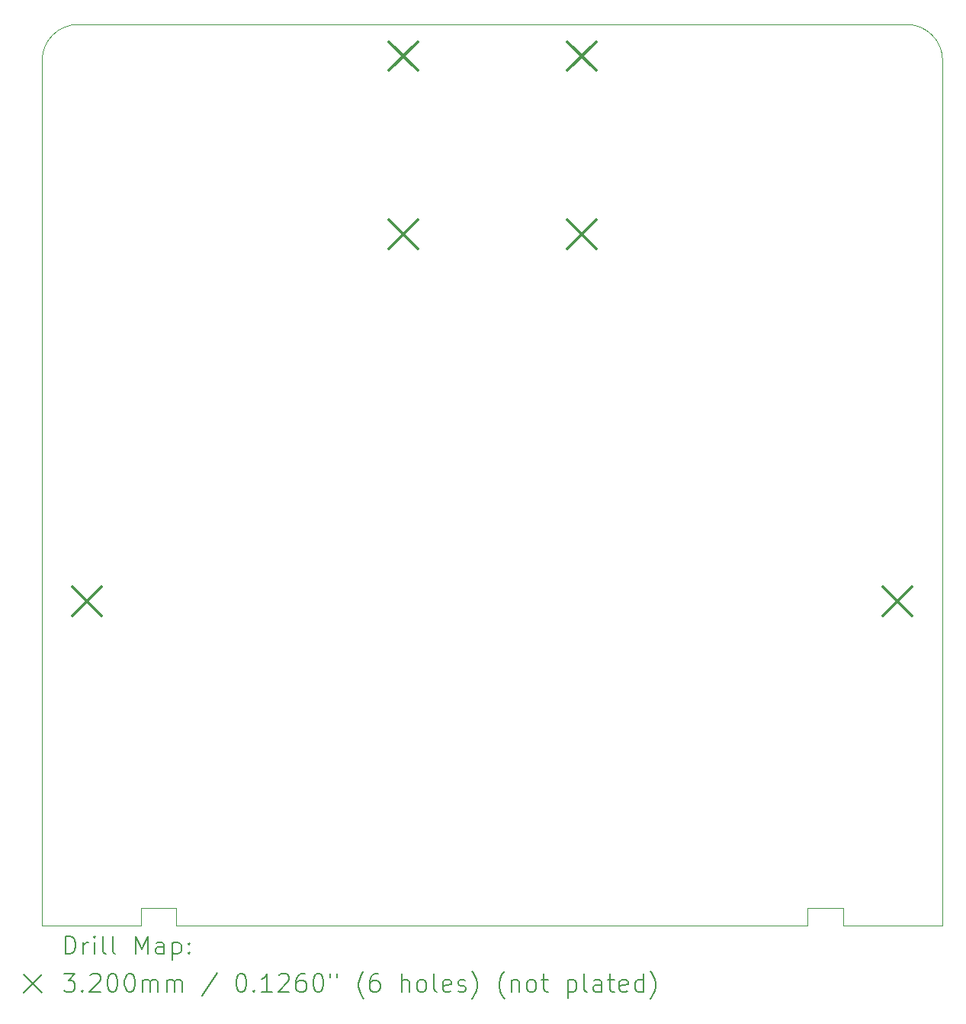
<source format=gbr>
%TF.GenerationSoftware,KiCad,Pcbnew,8.0.8*%
%TF.CreationDate,2025-08-25T22:33:34+09:00*%
%TF.ProjectId,Line_follower_robot,4c696e65-5f66-46f6-9c6c-6f7765725f72,rev?*%
%TF.SameCoordinates,Original*%
%TF.FileFunction,Drillmap*%
%TF.FilePolarity,Positive*%
%FSLAX45Y45*%
G04 Gerber Fmt 4.5, Leading zero omitted, Abs format (unit mm)*
G04 Created by KiCad (PCBNEW 8.0.8) date 2025-08-25 22:33:34*
%MOMM*%
%LPD*%
G01*
G04 APERTURE LIST*
%ADD10C,0.050000*%
%ADD11C,0.200000*%
%ADD12C,0.320000*%
G04 APERTURE END LIST*
D10*
X3000000Y-12000000D02*
X4100000Y-12000000D01*
X13000000Y-9250000D02*
X13000000Y-2400000D01*
X12600000Y-2000000D02*
G75*
G02*
X13000000Y-2400000I0J-400000D01*
G01*
X11500000Y-11800000D02*
X11500000Y-12000000D01*
X11900000Y-11800000D02*
X11500000Y-11800000D01*
X13000000Y-12000000D02*
X13000000Y-9250000D01*
X4490000Y-12000000D02*
X4490000Y-11800000D01*
X4490000Y-11800000D02*
X4100000Y-11800000D01*
X11900000Y-12000000D02*
X11900000Y-11800000D01*
X3000000Y-12000000D02*
X3000000Y-9250000D01*
X11900000Y-12000000D02*
X13000000Y-12000000D01*
X4100000Y-11800000D02*
X4100000Y-12000000D01*
X4490000Y-12000000D02*
X11500000Y-12000000D01*
X3400000Y-2000000D02*
X12600000Y-2000000D01*
X3000000Y-2400000D02*
G75*
G02*
X3400000Y-2000000I400000J0D01*
G01*
X3000000Y-9250000D02*
X3000000Y-2400000D01*
D11*
D12*
X3340000Y-8240000D02*
X3660000Y-8560000D01*
X3660000Y-8240000D02*
X3340000Y-8560000D01*
X6850000Y-2190000D02*
X7170000Y-2510000D01*
X7170000Y-2190000D02*
X6850000Y-2510000D01*
X6850000Y-4170000D02*
X7170000Y-4490000D01*
X7170000Y-4170000D02*
X6850000Y-4490000D01*
X8830000Y-2190000D02*
X9150000Y-2510000D01*
X9150000Y-2190000D02*
X8830000Y-2510000D01*
X8830000Y-4170000D02*
X9150000Y-4490000D01*
X9150000Y-4170000D02*
X8830000Y-4490000D01*
X12340000Y-8240000D02*
X12660000Y-8560000D01*
X12660000Y-8240000D02*
X12340000Y-8560000D01*
D11*
X3258277Y-12313984D02*
X3258277Y-12113984D01*
X3258277Y-12113984D02*
X3305896Y-12113984D01*
X3305896Y-12113984D02*
X3334467Y-12123508D01*
X3334467Y-12123508D02*
X3353515Y-12142555D01*
X3353515Y-12142555D02*
X3363039Y-12161603D01*
X3363039Y-12161603D02*
X3372562Y-12199698D01*
X3372562Y-12199698D02*
X3372562Y-12228269D01*
X3372562Y-12228269D02*
X3363039Y-12266365D01*
X3363039Y-12266365D02*
X3353515Y-12285412D01*
X3353515Y-12285412D02*
X3334467Y-12304460D01*
X3334467Y-12304460D02*
X3305896Y-12313984D01*
X3305896Y-12313984D02*
X3258277Y-12313984D01*
X3458277Y-12313984D02*
X3458277Y-12180650D01*
X3458277Y-12218746D02*
X3467801Y-12199698D01*
X3467801Y-12199698D02*
X3477324Y-12190174D01*
X3477324Y-12190174D02*
X3496372Y-12180650D01*
X3496372Y-12180650D02*
X3515420Y-12180650D01*
X3582086Y-12313984D02*
X3582086Y-12180650D01*
X3582086Y-12113984D02*
X3572562Y-12123508D01*
X3572562Y-12123508D02*
X3582086Y-12133031D01*
X3582086Y-12133031D02*
X3591610Y-12123508D01*
X3591610Y-12123508D02*
X3582086Y-12113984D01*
X3582086Y-12113984D02*
X3582086Y-12133031D01*
X3705896Y-12313984D02*
X3686848Y-12304460D01*
X3686848Y-12304460D02*
X3677324Y-12285412D01*
X3677324Y-12285412D02*
X3677324Y-12113984D01*
X3810658Y-12313984D02*
X3791610Y-12304460D01*
X3791610Y-12304460D02*
X3782086Y-12285412D01*
X3782086Y-12285412D02*
X3782086Y-12113984D01*
X4039229Y-12313984D02*
X4039229Y-12113984D01*
X4039229Y-12113984D02*
X4105896Y-12256841D01*
X4105896Y-12256841D02*
X4172562Y-12113984D01*
X4172562Y-12113984D02*
X4172562Y-12313984D01*
X4353515Y-12313984D02*
X4353515Y-12209222D01*
X4353515Y-12209222D02*
X4343991Y-12190174D01*
X4343991Y-12190174D02*
X4324944Y-12180650D01*
X4324944Y-12180650D02*
X4286848Y-12180650D01*
X4286848Y-12180650D02*
X4267801Y-12190174D01*
X4353515Y-12304460D02*
X4334467Y-12313984D01*
X4334467Y-12313984D02*
X4286848Y-12313984D01*
X4286848Y-12313984D02*
X4267801Y-12304460D01*
X4267801Y-12304460D02*
X4258277Y-12285412D01*
X4258277Y-12285412D02*
X4258277Y-12266365D01*
X4258277Y-12266365D02*
X4267801Y-12247317D01*
X4267801Y-12247317D02*
X4286848Y-12237793D01*
X4286848Y-12237793D02*
X4334467Y-12237793D01*
X4334467Y-12237793D02*
X4353515Y-12228269D01*
X4448753Y-12180650D02*
X4448753Y-12380650D01*
X4448753Y-12190174D02*
X4467801Y-12180650D01*
X4467801Y-12180650D02*
X4505896Y-12180650D01*
X4505896Y-12180650D02*
X4524944Y-12190174D01*
X4524944Y-12190174D02*
X4534467Y-12199698D01*
X4534467Y-12199698D02*
X4543991Y-12218746D01*
X4543991Y-12218746D02*
X4543991Y-12275888D01*
X4543991Y-12275888D02*
X4534467Y-12294936D01*
X4534467Y-12294936D02*
X4524944Y-12304460D01*
X4524944Y-12304460D02*
X4505896Y-12313984D01*
X4505896Y-12313984D02*
X4467801Y-12313984D01*
X4467801Y-12313984D02*
X4448753Y-12304460D01*
X4629705Y-12294936D02*
X4639229Y-12304460D01*
X4639229Y-12304460D02*
X4629705Y-12313984D01*
X4629705Y-12313984D02*
X4620182Y-12304460D01*
X4620182Y-12304460D02*
X4629705Y-12294936D01*
X4629705Y-12294936D02*
X4629705Y-12313984D01*
X4629705Y-12190174D02*
X4639229Y-12199698D01*
X4639229Y-12199698D02*
X4629705Y-12209222D01*
X4629705Y-12209222D02*
X4620182Y-12199698D01*
X4620182Y-12199698D02*
X4629705Y-12190174D01*
X4629705Y-12190174D02*
X4629705Y-12209222D01*
X2797500Y-12542500D02*
X2997500Y-12742500D01*
X2997500Y-12542500D02*
X2797500Y-12742500D01*
X3239229Y-12533984D02*
X3363039Y-12533984D01*
X3363039Y-12533984D02*
X3296372Y-12610174D01*
X3296372Y-12610174D02*
X3324943Y-12610174D01*
X3324943Y-12610174D02*
X3343991Y-12619698D01*
X3343991Y-12619698D02*
X3353515Y-12629222D01*
X3353515Y-12629222D02*
X3363039Y-12648269D01*
X3363039Y-12648269D02*
X3363039Y-12695888D01*
X3363039Y-12695888D02*
X3353515Y-12714936D01*
X3353515Y-12714936D02*
X3343991Y-12724460D01*
X3343991Y-12724460D02*
X3324943Y-12733984D01*
X3324943Y-12733984D02*
X3267801Y-12733984D01*
X3267801Y-12733984D02*
X3248753Y-12724460D01*
X3248753Y-12724460D02*
X3239229Y-12714936D01*
X3448753Y-12714936D02*
X3458277Y-12724460D01*
X3458277Y-12724460D02*
X3448753Y-12733984D01*
X3448753Y-12733984D02*
X3439229Y-12724460D01*
X3439229Y-12724460D02*
X3448753Y-12714936D01*
X3448753Y-12714936D02*
X3448753Y-12733984D01*
X3534467Y-12553031D02*
X3543991Y-12543508D01*
X3543991Y-12543508D02*
X3563039Y-12533984D01*
X3563039Y-12533984D02*
X3610658Y-12533984D01*
X3610658Y-12533984D02*
X3629705Y-12543508D01*
X3629705Y-12543508D02*
X3639229Y-12553031D01*
X3639229Y-12553031D02*
X3648753Y-12572079D01*
X3648753Y-12572079D02*
X3648753Y-12591127D01*
X3648753Y-12591127D02*
X3639229Y-12619698D01*
X3639229Y-12619698D02*
X3524943Y-12733984D01*
X3524943Y-12733984D02*
X3648753Y-12733984D01*
X3772562Y-12533984D02*
X3791610Y-12533984D01*
X3791610Y-12533984D02*
X3810658Y-12543508D01*
X3810658Y-12543508D02*
X3820182Y-12553031D01*
X3820182Y-12553031D02*
X3829705Y-12572079D01*
X3829705Y-12572079D02*
X3839229Y-12610174D01*
X3839229Y-12610174D02*
X3839229Y-12657793D01*
X3839229Y-12657793D02*
X3829705Y-12695888D01*
X3829705Y-12695888D02*
X3820182Y-12714936D01*
X3820182Y-12714936D02*
X3810658Y-12724460D01*
X3810658Y-12724460D02*
X3791610Y-12733984D01*
X3791610Y-12733984D02*
X3772562Y-12733984D01*
X3772562Y-12733984D02*
X3753515Y-12724460D01*
X3753515Y-12724460D02*
X3743991Y-12714936D01*
X3743991Y-12714936D02*
X3734467Y-12695888D01*
X3734467Y-12695888D02*
X3724943Y-12657793D01*
X3724943Y-12657793D02*
X3724943Y-12610174D01*
X3724943Y-12610174D02*
X3734467Y-12572079D01*
X3734467Y-12572079D02*
X3743991Y-12553031D01*
X3743991Y-12553031D02*
X3753515Y-12543508D01*
X3753515Y-12543508D02*
X3772562Y-12533984D01*
X3963039Y-12533984D02*
X3982086Y-12533984D01*
X3982086Y-12533984D02*
X4001134Y-12543508D01*
X4001134Y-12543508D02*
X4010658Y-12553031D01*
X4010658Y-12553031D02*
X4020182Y-12572079D01*
X4020182Y-12572079D02*
X4029705Y-12610174D01*
X4029705Y-12610174D02*
X4029705Y-12657793D01*
X4029705Y-12657793D02*
X4020182Y-12695888D01*
X4020182Y-12695888D02*
X4010658Y-12714936D01*
X4010658Y-12714936D02*
X4001134Y-12724460D01*
X4001134Y-12724460D02*
X3982086Y-12733984D01*
X3982086Y-12733984D02*
X3963039Y-12733984D01*
X3963039Y-12733984D02*
X3943991Y-12724460D01*
X3943991Y-12724460D02*
X3934467Y-12714936D01*
X3934467Y-12714936D02*
X3924943Y-12695888D01*
X3924943Y-12695888D02*
X3915420Y-12657793D01*
X3915420Y-12657793D02*
X3915420Y-12610174D01*
X3915420Y-12610174D02*
X3924943Y-12572079D01*
X3924943Y-12572079D02*
X3934467Y-12553031D01*
X3934467Y-12553031D02*
X3943991Y-12543508D01*
X3943991Y-12543508D02*
X3963039Y-12533984D01*
X4115420Y-12733984D02*
X4115420Y-12600650D01*
X4115420Y-12619698D02*
X4124943Y-12610174D01*
X4124943Y-12610174D02*
X4143991Y-12600650D01*
X4143991Y-12600650D02*
X4172563Y-12600650D01*
X4172563Y-12600650D02*
X4191610Y-12610174D01*
X4191610Y-12610174D02*
X4201134Y-12629222D01*
X4201134Y-12629222D02*
X4201134Y-12733984D01*
X4201134Y-12629222D02*
X4210658Y-12610174D01*
X4210658Y-12610174D02*
X4229705Y-12600650D01*
X4229705Y-12600650D02*
X4258277Y-12600650D01*
X4258277Y-12600650D02*
X4277325Y-12610174D01*
X4277325Y-12610174D02*
X4286848Y-12629222D01*
X4286848Y-12629222D02*
X4286848Y-12733984D01*
X4382086Y-12733984D02*
X4382086Y-12600650D01*
X4382086Y-12619698D02*
X4391610Y-12610174D01*
X4391610Y-12610174D02*
X4410658Y-12600650D01*
X4410658Y-12600650D02*
X4439229Y-12600650D01*
X4439229Y-12600650D02*
X4458277Y-12610174D01*
X4458277Y-12610174D02*
X4467801Y-12629222D01*
X4467801Y-12629222D02*
X4467801Y-12733984D01*
X4467801Y-12629222D02*
X4477325Y-12610174D01*
X4477325Y-12610174D02*
X4496372Y-12600650D01*
X4496372Y-12600650D02*
X4524944Y-12600650D01*
X4524944Y-12600650D02*
X4543991Y-12610174D01*
X4543991Y-12610174D02*
X4553515Y-12629222D01*
X4553515Y-12629222D02*
X4553515Y-12733984D01*
X4943991Y-12524460D02*
X4772563Y-12781603D01*
X5201134Y-12533984D02*
X5220182Y-12533984D01*
X5220182Y-12533984D02*
X5239229Y-12543508D01*
X5239229Y-12543508D02*
X5248753Y-12553031D01*
X5248753Y-12553031D02*
X5258277Y-12572079D01*
X5258277Y-12572079D02*
X5267801Y-12610174D01*
X5267801Y-12610174D02*
X5267801Y-12657793D01*
X5267801Y-12657793D02*
X5258277Y-12695888D01*
X5258277Y-12695888D02*
X5248753Y-12714936D01*
X5248753Y-12714936D02*
X5239229Y-12724460D01*
X5239229Y-12724460D02*
X5220182Y-12733984D01*
X5220182Y-12733984D02*
X5201134Y-12733984D01*
X5201134Y-12733984D02*
X5182087Y-12724460D01*
X5182087Y-12724460D02*
X5172563Y-12714936D01*
X5172563Y-12714936D02*
X5163039Y-12695888D01*
X5163039Y-12695888D02*
X5153515Y-12657793D01*
X5153515Y-12657793D02*
X5153515Y-12610174D01*
X5153515Y-12610174D02*
X5163039Y-12572079D01*
X5163039Y-12572079D02*
X5172563Y-12553031D01*
X5172563Y-12553031D02*
X5182087Y-12543508D01*
X5182087Y-12543508D02*
X5201134Y-12533984D01*
X5353515Y-12714936D02*
X5363039Y-12724460D01*
X5363039Y-12724460D02*
X5353515Y-12733984D01*
X5353515Y-12733984D02*
X5343991Y-12724460D01*
X5343991Y-12724460D02*
X5353515Y-12714936D01*
X5353515Y-12714936D02*
X5353515Y-12733984D01*
X5553515Y-12733984D02*
X5439229Y-12733984D01*
X5496372Y-12733984D02*
X5496372Y-12533984D01*
X5496372Y-12533984D02*
X5477325Y-12562555D01*
X5477325Y-12562555D02*
X5458277Y-12581603D01*
X5458277Y-12581603D02*
X5439229Y-12591127D01*
X5629706Y-12553031D02*
X5639229Y-12543508D01*
X5639229Y-12543508D02*
X5658277Y-12533984D01*
X5658277Y-12533984D02*
X5705896Y-12533984D01*
X5705896Y-12533984D02*
X5724944Y-12543508D01*
X5724944Y-12543508D02*
X5734467Y-12553031D01*
X5734467Y-12553031D02*
X5743991Y-12572079D01*
X5743991Y-12572079D02*
X5743991Y-12591127D01*
X5743991Y-12591127D02*
X5734467Y-12619698D01*
X5734467Y-12619698D02*
X5620182Y-12733984D01*
X5620182Y-12733984D02*
X5743991Y-12733984D01*
X5915420Y-12533984D02*
X5877325Y-12533984D01*
X5877325Y-12533984D02*
X5858277Y-12543508D01*
X5858277Y-12543508D02*
X5848753Y-12553031D01*
X5848753Y-12553031D02*
X5829706Y-12581603D01*
X5829706Y-12581603D02*
X5820182Y-12619698D01*
X5820182Y-12619698D02*
X5820182Y-12695888D01*
X5820182Y-12695888D02*
X5829706Y-12714936D01*
X5829706Y-12714936D02*
X5839229Y-12724460D01*
X5839229Y-12724460D02*
X5858277Y-12733984D01*
X5858277Y-12733984D02*
X5896372Y-12733984D01*
X5896372Y-12733984D02*
X5915420Y-12724460D01*
X5915420Y-12724460D02*
X5924944Y-12714936D01*
X5924944Y-12714936D02*
X5934467Y-12695888D01*
X5934467Y-12695888D02*
X5934467Y-12648269D01*
X5934467Y-12648269D02*
X5924944Y-12629222D01*
X5924944Y-12629222D02*
X5915420Y-12619698D01*
X5915420Y-12619698D02*
X5896372Y-12610174D01*
X5896372Y-12610174D02*
X5858277Y-12610174D01*
X5858277Y-12610174D02*
X5839229Y-12619698D01*
X5839229Y-12619698D02*
X5829706Y-12629222D01*
X5829706Y-12629222D02*
X5820182Y-12648269D01*
X6058277Y-12533984D02*
X6077325Y-12533984D01*
X6077325Y-12533984D02*
X6096372Y-12543508D01*
X6096372Y-12543508D02*
X6105896Y-12553031D01*
X6105896Y-12553031D02*
X6115420Y-12572079D01*
X6115420Y-12572079D02*
X6124944Y-12610174D01*
X6124944Y-12610174D02*
X6124944Y-12657793D01*
X6124944Y-12657793D02*
X6115420Y-12695888D01*
X6115420Y-12695888D02*
X6105896Y-12714936D01*
X6105896Y-12714936D02*
X6096372Y-12724460D01*
X6096372Y-12724460D02*
X6077325Y-12733984D01*
X6077325Y-12733984D02*
X6058277Y-12733984D01*
X6058277Y-12733984D02*
X6039229Y-12724460D01*
X6039229Y-12724460D02*
X6029706Y-12714936D01*
X6029706Y-12714936D02*
X6020182Y-12695888D01*
X6020182Y-12695888D02*
X6010658Y-12657793D01*
X6010658Y-12657793D02*
X6010658Y-12610174D01*
X6010658Y-12610174D02*
X6020182Y-12572079D01*
X6020182Y-12572079D02*
X6029706Y-12553031D01*
X6029706Y-12553031D02*
X6039229Y-12543508D01*
X6039229Y-12543508D02*
X6058277Y-12533984D01*
X6201134Y-12533984D02*
X6201134Y-12572079D01*
X6277325Y-12533984D02*
X6277325Y-12572079D01*
X6572563Y-12810174D02*
X6563039Y-12800650D01*
X6563039Y-12800650D02*
X6543991Y-12772079D01*
X6543991Y-12772079D02*
X6534468Y-12753031D01*
X6534468Y-12753031D02*
X6524944Y-12724460D01*
X6524944Y-12724460D02*
X6515420Y-12676841D01*
X6515420Y-12676841D02*
X6515420Y-12638746D01*
X6515420Y-12638746D02*
X6524944Y-12591127D01*
X6524944Y-12591127D02*
X6534468Y-12562555D01*
X6534468Y-12562555D02*
X6543991Y-12543508D01*
X6543991Y-12543508D02*
X6563039Y-12514936D01*
X6563039Y-12514936D02*
X6572563Y-12505412D01*
X6734468Y-12533984D02*
X6696372Y-12533984D01*
X6696372Y-12533984D02*
X6677325Y-12543508D01*
X6677325Y-12543508D02*
X6667801Y-12553031D01*
X6667801Y-12553031D02*
X6648753Y-12581603D01*
X6648753Y-12581603D02*
X6639229Y-12619698D01*
X6639229Y-12619698D02*
X6639229Y-12695888D01*
X6639229Y-12695888D02*
X6648753Y-12714936D01*
X6648753Y-12714936D02*
X6658277Y-12724460D01*
X6658277Y-12724460D02*
X6677325Y-12733984D01*
X6677325Y-12733984D02*
X6715420Y-12733984D01*
X6715420Y-12733984D02*
X6734468Y-12724460D01*
X6734468Y-12724460D02*
X6743991Y-12714936D01*
X6743991Y-12714936D02*
X6753515Y-12695888D01*
X6753515Y-12695888D02*
X6753515Y-12648269D01*
X6753515Y-12648269D02*
X6743991Y-12629222D01*
X6743991Y-12629222D02*
X6734468Y-12619698D01*
X6734468Y-12619698D02*
X6715420Y-12610174D01*
X6715420Y-12610174D02*
X6677325Y-12610174D01*
X6677325Y-12610174D02*
X6658277Y-12619698D01*
X6658277Y-12619698D02*
X6648753Y-12629222D01*
X6648753Y-12629222D02*
X6639229Y-12648269D01*
X6991610Y-12733984D02*
X6991610Y-12533984D01*
X7077325Y-12733984D02*
X7077325Y-12629222D01*
X7077325Y-12629222D02*
X7067801Y-12610174D01*
X7067801Y-12610174D02*
X7048753Y-12600650D01*
X7048753Y-12600650D02*
X7020182Y-12600650D01*
X7020182Y-12600650D02*
X7001134Y-12610174D01*
X7001134Y-12610174D02*
X6991610Y-12619698D01*
X7201134Y-12733984D02*
X7182087Y-12724460D01*
X7182087Y-12724460D02*
X7172563Y-12714936D01*
X7172563Y-12714936D02*
X7163039Y-12695888D01*
X7163039Y-12695888D02*
X7163039Y-12638746D01*
X7163039Y-12638746D02*
X7172563Y-12619698D01*
X7172563Y-12619698D02*
X7182087Y-12610174D01*
X7182087Y-12610174D02*
X7201134Y-12600650D01*
X7201134Y-12600650D02*
X7229706Y-12600650D01*
X7229706Y-12600650D02*
X7248753Y-12610174D01*
X7248753Y-12610174D02*
X7258277Y-12619698D01*
X7258277Y-12619698D02*
X7267801Y-12638746D01*
X7267801Y-12638746D02*
X7267801Y-12695888D01*
X7267801Y-12695888D02*
X7258277Y-12714936D01*
X7258277Y-12714936D02*
X7248753Y-12724460D01*
X7248753Y-12724460D02*
X7229706Y-12733984D01*
X7229706Y-12733984D02*
X7201134Y-12733984D01*
X7382087Y-12733984D02*
X7363039Y-12724460D01*
X7363039Y-12724460D02*
X7353515Y-12705412D01*
X7353515Y-12705412D02*
X7353515Y-12533984D01*
X7534468Y-12724460D02*
X7515420Y-12733984D01*
X7515420Y-12733984D02*
X7477325Y-12733984D01*
X7477325Y-12733984D02*
X7458277Y-12724460D01*
X7458277Y-12724460D02*
X7448753Y-12705412D01*
X7448753Y-12705412D02*
X7448753Y-12629222D01*
X7448753Y-12629222D02*
X7458277Y-12610174D01*
X7458277Y-12610174D02*
X7477325Y-12600650D01*
X7477325Y-12600650D02*
X7515420Y-12600650D01*
X7515420Y-12600650D02*
X7534468Y-12610174D01*
X7534468Y-12610174D02*
X7543991Y-12629222D01*
X7543991Y-12629222D02*
X7543991Y-12648269D01*
X7543991Y-12648269D02*
X7448753Y-12667317D01*
X7620182Y-12724460D02*
X7639230Y-12733984D01*
X7639230Y-12733984D02*
X7677325Y-12733984D01*
X7677325Y-12733984D02*
X7696372Y-12724460D01*
X7696372Y-12724460D02*
X7705896Y-12705412D01*
X7705896Y-12705412D02*
X7705896Y-12695888D01*
X7705896Y-12695888D02*
X7696372Y-12676841D01*
X7696372Y-12676841D02*
X7677325Y-12667317D01*
X7677325Y-12667317D02*
X7648753Y-12667317D01*
X7648753Y-12667317D02*
X7629706Y-12657793D01*
X7629706Y-12657793D02*
X7620182Y-12638746D01*
X7620182Y-12638746D02*
X7620182Y-12629222D01*
X7620182Y-12629222D02*
X7629706Y-12610174D01*
X7629706Y-12610174D02*
X7648753Y-12600650D01*
X7648753Y-12600650D02*
X7677325Y-12600650D01*
X7677325Y-12600650D02*
X7696372Y-12610174D01*
X7772563Y-12810174D02*
X7782087Y-12800650D01*
X7782087Y-12800650D02*
X7801134Y-12772079D01*
X7801134Y-12772079D02*
X7810658Y-12753031D01*
X7810658Y-12753031D02*
X7820182Y-12724460D01*
X7820182Y-12724460D02*
X7829706Y-12676841D01*
X7829706Y-12676841D02*
X7829706Y-12638746D01*
X7829706Y-12638746D02*
X7820182Y-12591127D01*
X7820182Y-12591127D02*
X7810658Y-12562555D01*
X7810658Y-12562555D02*
X7801134Y-12543508D01*
X7801134Y-12543508D02*
X7782087Y-12514936D01*
X7782087Y-12514936D02*
X7772563Y-12505412D01*
X8134468Y-12810174D02*
X8124944Y-12800650D01*
X8124944Y-12800650D02*
X8105896Y-12772079D01*
X8105896Y-12772079D02*
X8096372Y-12753031D01*
X8096372Y-12753031D02*
X8086849Y-12724460D01*
X8086849Y-12724460D02*
X8077325Y-12676841D01*
X8077325Y-12676841D02*
X8077325Y-12638746D01*
X8077325Y-12638746D02*
X8086849Y-12591127D01*
X8086849Y-12591127D02*
X8096372Y-12562555D01*
X8096372Y-12562555D02*
X8105896Y-12543508D01*
X8105896Y-12543508D02*
X8124944Y-12514936D01*
X8124944Y-12514936D02*
X8134468Y-12505412D01*
X8210658Y-12600650D02*
X8210658Y-12733984D01*
X8210658Y-12619698D02*
X8220182Y-12610174D01*
X8220182Y-12610174D02*
X8239230Y-12600650D01*
X8239230Y-12600650D02*
X8267801Y-12600650D01*
X8267801Y-12600650D02*
X8286849Y-12610174D01*
X8286849Y-12610174D02*
X8296372Y-12629222D01*
X8296372Y-12629222D02*
X8296372Y-12733984D01*
X8420182Y-12733984D02*
X8401134Y-12724460D01*
X8401134Y-12724460D02*
X8391611Y-12714936D01*
X8391611Y-12714936D02*
X8382087Y-12695888D01*
X8382087Y-12695888D02*
X8382087Y-12638746D01*
X8382087Y-12638746D02*
X8391611Y-12619698D01*
X8391611Y-12619698D02*
X8401134Y-12610174D01*
X8401134Y-12610174D02*
X8420182Y-12600650D01*
X8420182Y-12600650D02*
X8448754Y-12600650D01*
X8448754Y-12600650D02*
X8467801Y-12610174D01*
X8467801Y-12610174D02*
X8477325Y-12619698D01*
X8477325Y-12619698D02*
X8486849Y-12638746D01*
X8486849Y-12638746D02*
X8486849Y-12695888D01*
X8486849Y-12695888D02*
X8477325Y-12714936D01*
X8477325Y-12714936D02*
X8467801Y-12724460D01*
X8467801Y-12724460D02*
X8448754Y-12733984D01*
X8448754Y-12733984D02*
X8420182Y-12733984D01*
X8543992Y-12600650D02*
X8620182Y-12600650D01*
X8572563Y-12533984D02*
X8572563Y-12705412D01*
X8572563Y-12705412D02*
X8582087Y-12724460D01*
X8582087Y-12724460D02*
X8601134Y-12733984D01*
X8601134Y-12733984D02*
X8620182Y-12733984D01*
X8839230Y-12600650D02*
X8839230Y-12800650D01*
X8839230Y-12610174D02*
X8858277Y-12600650D01*
X8858277Y-12600650D02*
X8896373Y-12600650D01*
X8896373Y-12600650D02*
X8915420Y-12610174D01*
X8915420Y-12610174D02*
X8924944Y-12619698D01*
X8924944Y-12619698D02*
X8934468Y-12638746D01*
X8934468Y-12638746D02*
X8934468Y-12695888D01*
X8934468Y-12695888D02*
X8924944Y-12714936D01*
X8924944Y-12714936D02*
X8915420Y-12724460D01*
X8915420Y-12724460D02*
X8896373Y-12733984D01*
X8896373Y-12733984D02*
X8858277Y-12733984D01*
X8858277Y-12733984D02*
X8839230Y-12724460D01*
X9048754Y-12733984D02*
X9029706Y-12724460D01*
X9029706Y-12724460D02*
X9020182Y-12705412D01*
X9020182Y-12705412D02*
X9020182Y-12533984D01*
X9210658Y-12733984D02*
X9210658Y-12629222D01*
X9210658Y-12629222D02*
X9201135Y-12610174D01*
X9201135Y-12610174D02*
X9182087Y-12600650D01*
X9182087Y-12600650D02*
X9143992Y-12600650D01*
X9143992Y-12600650D02*
X9124944Y-12610174D01*
X9210658Y-12724460D02*
X9191611Y-12733984D01*
X9191611Y-12733984D02*
X9143992Y-12733984D01*
X9143992Y-12733984D02*
X9124944Y-12724460D01*
X9124944Y-12724460D02*
X9115420Y-12705412D01*
X9115420Y-12705412D02*
X9115420Y-12686365D01*
X9115420Y-12686365D02*
X9124944Y-12667317D01*
X9124944Y-12667317D02*
X9143992Y-12657793D01*
X9143992Y-12657793D02*
X9191611Y-12657793D01*
X9191611Y-12657793D02*
X9210658Y-12648269D01*
X9277325Y-12600650D02*
X9353515Y-12600650D01*
X9305896Y-12533984D02*
X9305896Y-12705412D01*
X9305896Y-12705412D02*
X9315420Y-12724460D01*
X9315420Y-12724460D02*
X9334468Y-12733984D01*
X9334468Y-12733984D02*
X9353515Y-12733984D01*
X9496373Y-12724460D02*
X9477325Y-12733984D01*
X9477325Y-12733984D02*
X9439230Y-12733984D01*
X9439230Y-12733984D02*
X9420182Y-12724460D01*
X9420182Y-12724460D02*
X9410658Y-12705412D01*
X9410658Y-12705412D02*
X9410658Y-12629222D01*
X9410658Y-12629222D02*
X9420182Y-12610174D01*
X9420182Y-12610174D02*
X9439230Y-12600650D01*
X9439230Y-12600650D02*
X9477325Y-12600650D01*
X9477325Y-12600650D02*
X9496373Y-12610174D01*
X9496373Y-12610174D02*
X9505896Y-12629222D01*
X9505896Y-12629222D02*
X9505896Y-12648269D01*
X9505896Y-12648269D02*
X9410658Y-12667317D01*
X9677325Y-12733984D02*
X9677325Y-12533984D01*
X9677325Y-12724460D02*
X9658277Y-12733984D01*
X9658277Y-12733984D02*
X9620182Y-12733984D01*
X9620182Y-12733984D02*
X9601135Y-12724460D01*
X9601135Y-12724460D02*
X9591611Y-12714936D01*
X9591611Y-12714936D02*
X9582087Y-12695888D01*
X9582087Y-12695888D02*
X9582087Y-12638746D01*
X9582087Y-12638746D02*
X9591611Y-12619698D01*
X9591611Y-12619698D02*
X9601135Y-12610174D01*
X9601135Y-12610174D02*
X9620182Y-12600650D01*
X9620182Y-12600650D02*
X9658277Y-12600650D01*
X9658277Y-12600650D02*
X9677325Y-12610174D01*
X9753516Y-12810174D02*
X9763039Y-12800650D01*
X9763039Y-12800650D02*
X9782087Y-12772079D01*
X9782087Y-12772079D02*
X9791611Y-12753031D01*
X9791611Y-12753031D02*
X9801135Y-12724460D01*
X9801135Y-12724460D02*
X9810658Y-12676841D01*
X9810658Y-12676841D02*
X9810658Y-12638746D01*
X9810658Y-12638746D02*
X9801135Y-12591127D01*
X9801135Y-12591127D02*
X9791611Y-12562555D01*
X9791611Y-12562555D02*
X9782087Y-12543508D01*
X9782087Y-12543508D02*
X9763039Y-12514936D01*
X9763039Y-12514936D02*
X9753516Y-12505412D01*
M02*

</source>
